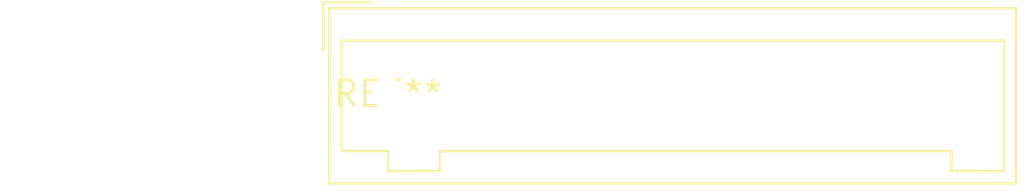
<source format=kicad_pcb>
(kicad_pcb (version 20240108) (generator pcbnew)
  (layers (0 "F.Cu" signal) (31 "B.Cu" signal) (34 "B.Paste" user) (35 "F.Paste" user) (36 "B.SilkS" user "B.Silkscreen") (37 "F.SilkS" user "F.Silkscreen") (38 "B.Mask" user) (39 "F.Mask" user) (44 "Edge.Cuts" user))
  (net 0 "")
  (footprint "Wago_734-139_1x09_P3.50mm_Vertical" (layer "F.Cu") (at 0 0)
    (property "Reference" "REF**")
    (property "Value" "Wago_734-139_1x09_P3.50mm_Vertical")
    (fp_line (start -3.21 -4.56) (end -0.8 -4.56) (layer "F.SilkS") (stroke (width 0.12)))
    (fp_line (start -3.21 -2.15) (end -3.21 -4.56) (layer "F.SilkS") (stroke (width 0.12)))
    (fp_line (start -2.91 -4.26) (end -2.91 4.46) (layer "F.SilkS") (stroke (width 0.12)))
    (fp_line (start -2.91 4.46) (end 31.21 4.46) (layer "F.SilkS") (stroke (width 0.12)))
    (fp_line (start -2.3 -2.65) (end -2.3 2.85) (layer "F.SilkS") (stroke (width 0.12)))
    (fp_line (start -2.3 2.85) (end 0 2.85) (layer "F.SilkS") (stroke (width 0.12)))
    (fp_line (start 0 2.85) (end 0 3.85) (layer "F.SilkS") (stroke (width 0.12)))
    (fp_line (start 0 3.85) (end 2.6 3.85) (layer "F.SilkS") (stroke (width 0.12)))
    (fp_line (start 2.6 2.85) (end 28 2.85) (layer "F.SilkS") (stroke (width 0.12)))
    (fp_line (start 2.6 3.85) (end 2.6 2.85) (layer "F.SilkS") (stroke (width 0.12)))
    (fp_line (start 28 2.85) (end 28 3.85) (layer "F.SilkS") (stroke (width 0.12)))
    (fp_line (start 28 3.85) (end 30.6 3.85) (layer "F.SilkS") (stroke (width 0.12)))
    (fp_line (start 30.6 -2.65) (end -2.3 -2.65) (layer "F.SilkS") (stroke (width 0.12)))
    (fp_line (start 30.6 3.85) (end 30.6 -2.65) (layer "F.SilkS") (stroke (width 0.12)))
    (fp_line (start 31.21 -4.26) (end -2.91 -4.26) (layer "F.SilkS") (stroke (width 0.12)))
    (fp_line (start 31.21 4.46) (end 31.21 -4.26) (layer "F.SilkS") (stroke (width 0.12)))
    (pad "1" thru_hole roundrect (at 0 0) (size 2 2.6) (drill 1.6) (layers *.Cu *.Mask) (remove_unused_layers) (roundrect_rratio 0.125))
    (pad "2" thru_hole oval (at 3.5 0) (size 2 2.6) (drill 1.6) (layers *.Cu *.Mask) (remove_unused_layers))
    (pad "3" thru_hole oval (at 7 0) (size 2 2.6) (drill 1.6) (layers *.Cu *.Mask) (remove_unused_layers))
    (pad "4" thru_hole oval (at 10.5 0) (size 2 2.6) (drill 1.6) (layers *.Cu *.Mask) (remove_unused_layers))
    (pad "5" thru_hole oval (at 14 0) (size 2 2.6) (drill 1.6) (layers *.Cu *.Mask) (remove_unused_layers))
    (pad "6" thru_hole oval (at 17.5 0) (size 2 2.6) (drill 1.6) (layers *.Cu *.Mask) (remove_unused_layers))
    (pad "7" thru_hole oval (at 21 0) (size 2 2.6) (drill 1.6) (layers *.Cu *.Mask) (remove_unused_layers))
    (pad "8" thru_hole oval (at 24.5 0) (size 2 2.6) (drill 1.6) (layers *.Cu *.Mask) (remove_unused_layers))
    (pad "9" thru_hole oval (at 28 0) (size 2 2.6) (drill 1.6) (layers *.Cu *.Mask) (remove_unused_layers))
  )
)
</source>
